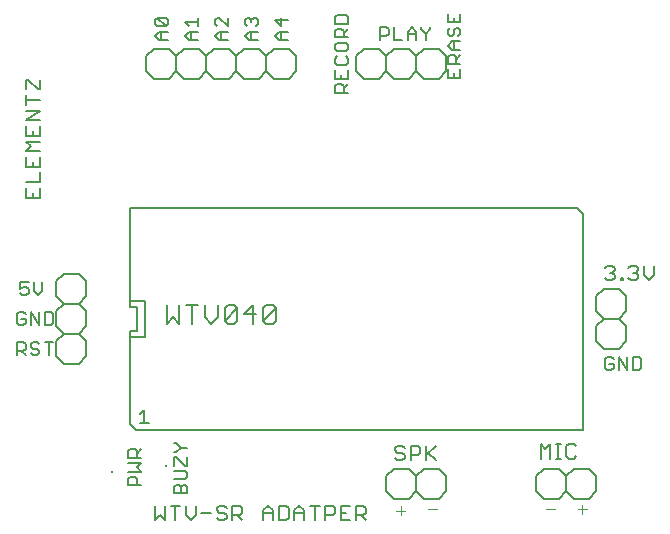
<source format=gto>
G75*
%MOIN*%
%OFA0B0*%
%FSLAX24Y24*%
%IPPOS*%
%LPD*%
%AMOC8*
5,1,8,0,0,1.08239X$1,22.5*
%
%ADD10C,0.0040*%
%ADD11C,0.0070*%
%ADD12C,0.0098*%
%ADD13C,0.0060*%
%ADD14C,0.0050*%
D10*
X013500Y001530D02*
X013807Y001530D01*
X013653Y001684D02*
X013653Y001377D01*
X014550Y001580D02*
X014857Y001580D01*
X018500Y001580D02*
X018807Y001580D01*
X019550Y001580D02*
X019857Y001580D01*
X019703Y001734D02*
X019703Y001427D01*
D11*
X019420Y003265D02*
X019256Y003265D01*
X019174Y003347D01*
X019174Y003674D01*
X019256Y003755D01*
X019420Y003755D01*
X019501Y003674D01*
X019501Y003347D02*
X019420Y003265D01*
X018994Y003265D02*
X018831Y003265D01*
X018912Y003265D02*
X018912Y003755D01*
X018831Y003755D02*
X018994Y003755D01*
X018642Y003755D02*
X018478Y003592D01*
X018315Y003755D01*
X018315Y003265D01*
X018642Y003265D02*
X018642Y003755D01*
X020537Y006215D02*
X020680Y006215D01*
X020752Y006287D01*
X020752Y006430D01*
X020608Y006430D01*
X020465Y006287D02*
X020537Y006215D01*
X020465Y006287D02*
X020465Y006574D01*
X020537Y006645D01*
X020680Y006645D01*
X020752Y006574D01*
X020925Y006645D02*
X020925Y006215D01*
X021212Y006215D02*
X021212Y006645D01*
X021386Y006645D02*
X021601Y006645D01*
X021673Y006574D01*
X021673Y006287D01*
X021601Y006215D01*
X021386Y006215D01*
X021386Y006645D01*
X020925Y006645D02*
X021212Y006215D01*
X021320Y009215D02*
X021238Y009297D01*
X021320Y009215D02*
X021484Y009215D01*
X021565Y009297D01*
X021565Y009378D01*
X021484Y009460D01*
X021402Y009460D01*
X021484Y009460D02*
X021565Y009542D01*
X021565Y009624D01*
X021484Y009705D01*
X021320Y009705D01*
X021238Y009624D01*
X021062Y009297D02*
X020981Y009297D01*
X020981Y009215D01*
X021062Y009215D01*
X021062Y009297D01*
X020792Y009297D02*
X020710Y009215D01*
X020547Y009215D01*
X020465Y009297D01*
X020628Y009460D02*
X020710Y009460D01*
X020792Y009378D01*
X020792Y009297D01*
X020710Y009460D02*
X020792Y009542D01*
X020792Y009624D01*
X020710Y009705D01*
X020547Y009705D01*
X020465Y009624D01*
X021754Y009705D02*
X021754Y009378D01*
X021918Y009215D01*
X022081Y009378D01*
X022081Y009705D01*
X014823Y003705D02*
X014496Y003378D01*
X014578Y003460D02*
X014823Y003215D01*
X014496Y003215D02*
X014496Y003705D01*
X014308Y003624D02*
X014308Y003460D01*
X014226Y003378D01*
X013981Y003378D01*
X013981Y003215D02*
X013981Y003705D01*
X014226Y003705D01*
X014308Y003624D01*
X013792Y003624D02*
X013710Y003705D01*
X013547Y003705D01*
X013465Y003624D01*
X013465Y003542D01*
X013547Y003460D01*
X013710Y003460D01*
X013792Y003378D01*
X013792Y003297D01*
X013710Y003215D01*
X013547Y003215D01*
X013465Y003297D01*
X012414Y001705D02*
X012168Y001705D01*
X012168Y001215D01*
X012168Y001378D02*
X012414Y001378D01*
X012495Y001460D01*
X012495Y001624D01*
X012414Y001705D01*
X012332Y001378D02*
X012495Y001215D01*
X011980Y001215D02*
X011653Y001215D01*
X011653Y001705D01*
X011980Y001705D01*
X011816Y001460D02*
X011653Y001460D01*
X011464Y001460D02*
X011382Y001378D01*
X011137Y001378D01*
X011137Y001215D02*
X011137Y001705D01*
X011382Y001705D01*
X011464Y001624D01*
X011464Y001460D01*
X010948Y001705D02*
X010621Y001705D01*
X010785Y001705D02*
X010785Y001215D01*
X010433Y001215D02*
X010433Y001542D01*
X010269Y001705D01*
X010106Y001542D01*
X010106Y001215D01*
X009917Y001297D02*
X009917Y001624D01*
X009835Y001705D01*
X009590Y001705D01*
X009590Y001215D01*
X009835Y001215D01*
X009917Y001297D01*
X010106Y001460D02*
X010433Y001460D01*
X009401Y001460D02*
X009074Y001460D01*
X009074Y001542D02*
X009238Y001705D01*
X009401Y001542D01*
X009401Y001215D01*
X009074Y001215D02*
X009074Y001542D01*
X008370Y001624D02*
X008370Y001460D01*
X008288Y001378D01*
X008043Y001378D01*
X008043Y001215D02*
X008043Y001705D01*
X008288Y001705D01*
X008370Y001624D01*
X008207Y001378D02*
X008370Y001215D01*
X007855Y001297D02*
X007773Y001215D01*
X007609Y001215D01*
X007528Y001297D01*
X007609Y001460D02*
X007773Y001460D01*
X007855Y001378D01*
X007855Y001297D01*
X007609Y001460D02*
X007528Y001542D01*
X007528Y001624D01*
X007609Y001705D01*
X007773Y001705D01*
X007855Y001624D01*
X007339Y001460D02*
X007012Y001460D01*
X006823Y001378D02*
X006823Y001705D01*
X006823Y001378D02*
X006660Y001215D01*
X006496Y001378D01*
X006496Y001705D01*
X006308Y001705D02*
X005981Y001705D01*
X006144Y001705D02*
X006144Y001215D01*
X005792Y001215D02*
X005792Y001705D01*
X005465Y001705D02*
X005465Y001215D01*
X005628Y001378D01*
X005792Y001215D01*
X006108Y002114D02*
X006108Y002329D01*
X006180Y002401D01*
X006252Y002401D01*
X006324Y002329D01*
X006324Y002114D01*
X006539Y002114D02*
X006539Y002329D01*
X006467Y002401D01*
X006395Y002401D01*
X006324Y002329D01*
X006467Y002574D02*
X006108Y002574D01*
X006108Y002861D02*
X006467Y002861D01*
X006539Y002790D01*
X006539Y002646D01*
X006467Y002574D01*
X006467Y003035D02*
X006539Y003035D01*
X006539Y003322D01*
X006467Y003035D02*
X006180Y003322D01*
X006108Y003322D01*
X006108Y003035D01*
X006108Y003495D02*
X006180Y003495D01*
X006324Y003639D01*
X006539Y003639D01*
X006324Y003639D02*
X006180Y003782D01*
X006108Y003782D01*
X005001Y003582D02*
X004858Y003439D01*
X004858Y003510D02*
X004858Y003295D01*
X005001Y003295D02*
X004571Y003295D01*
X004571Y003510D01*
X004643Y003582D01*
X004786Y003582D01*
X004858Y003510D01*
X005001Y003122D02*
X004571Y003122D01*
X004858Y002978D02*
X005001Y003122D01*
X004858Y002978D02*
X005001Y002835D01*
X004571Y002835D01*
X004643Y002661D02*
X004786Y002661D01*
X004858Y002590D01*
X004858Y002374D01*
X005001Y002374D02*
X004571Y002374D01*
X004571Y002590D01*
X004643Y002661D01*
X006108Y002114D02*
X006539Y002114D01*
X001929Y006715D02*
X001929Y007145D01*
X001786Y007145D02*
X002073Y007145D01*
X001612Y007074D02*
X001541Y007145D01*
X001397Y007145D01*
X001325Y007074D01*
X001325Y007002D01*
X001397Y006930D01*
X001541Y006930D01*
X001612Y006858D01*
X001612Y006787D01*
X001541Y006715D01*
X001397Y006715D01*
X001325Y006787D01*
X001152Y006715D02*
X001008Y006858D01*
X001080Y006858D02*
X000865Y006858D01*
X000865Y006715D02*
X000865Y007145D01*
X001080Y007145D01*
X001152Y007074D01*
X001152Y006930D01*
X001080Y006858D01*
X001080Y007715D02*
X001152Y007787D01*
X001152Y007930D01*
X001008Y007930D01*
X000865Y008074D02*
X000865Y007787D01*
X000937Y007715D01*
X001080Y007715D01*
X001325Y007715D02*
X001325Y008145D01*
X001612Y007715D01*
X001612Y008145D01*
X001786Y008145D02*
X002001Y008145D01*
X002073Y008074D01*
X002073Y007787D01*
X002001Y007715D01*
X001786Y007715D01*
X001786Y008145D01*
X001569Y008715D02*
X001712Y008858D01*
X001712Y009145D01*
X001425Y009145D02*
X001425Y008858D01*
X001569Y008715D01*
X001252Y008787D02*
X001252Y008930D01*
X001180Y009002D01*
X001108Y009002D01*
X000965Y008930D01*
X000965Y009145D01*
X001252Y009145D01*
X001252Y008787D02*
X001180Y008715D01*
X001037Y008715D01*
X000965Y008787D01*
X000937Y008145D02*
X000865Y008074D01*
X000937Y008145D02*
X001080Y008145D01*
X001152Y008074D01*
X001155Y011965D02*
X001645Y011965D01*
X001645Y012292D01*
X001645Y012481D02*
X001645Y012808D01*
X001645Y012996D02*
X001645Y013323D01*
X001645Y013512D02*
X001155Y013512D01*
X001318Y013675D01*
X001155Y013839D01*
X001645Y013839D01*
X001645Y014028D02*
X001645Y014355D01*
X001645Y014543D02*
X001155Y014543D01*
X001645Y014870D01*
X001155Y014870D01*
X001155Y015059D02*
X001155Y015386D01*
X001155Y015222D02*
X001645Y015222D01*
X001645Y015574D02*
X001563Y015574D01*
X001236Y015901D01*
X001155Y015901D01*
X001155Y015574D01*
X001645Y015574D02*
X001645Y015901D01*
X001155Y014355D02*
X001155Y014028D01*
X001645Y014028D01*
X001400Y014028D02*
X001400Y014191D01*
X001155Y013323D02*
X001155Y012996D01*
X001645Y012996D01*
X001400Y012996D02*
X001400Y013160D01*
X001155Y012481D02*
X001645Y012481D01*
X001400Y012128D02*
X001400Y011965D01*
X001155Y011965D02*
X001155Y012292D01*
X005848Y008396D02*
X005848Y007765D01*
X006058Y007975D01*
X006268Y007765D01*
X006268Y008396D01*
X006492Y008396D02*
X006913Y008396D01*
X006702Y008396D02*
X006702Y007765D01*
X007137Y007975D02*
X007347Y007765D01*
X007557Y007975D01*
X007557Y008396D01*
X007781Y008290D02*
X007886Y008396D01*
X008097Y008396D01*
X008202Y008290D01*
X007781Y007870D01*
X007886Y007765D01*
X008097Y007765D01*
X008202Y007870D01*
X008202Y008290D01*
X008426Y008080D02*
X008846Y008080D01*
X009070Y007870D02*
X009491Y008290D01*
X009491Y007870D01*
X009386Y007765D01*
X009176Y007765D01*
X009070Y007870D01*
X009070Y008290D01*
X009176Y008396D01*
X009386Y008396D01*
X009491Y008290D01*
X008741Y008396D02*
X008741Y007765D01*
X008426Y008080D02*
X008741Y008396D01*
X007781Y008290D02*
X007781Y007870D01*
X007137Y007975D02*
X007137Y008396D01*
X011465Y015465D02*
X011465Y015680D01*
X011536Y015752D01*
X011680Y015752D01*
X011752Y015680D01*
X011752Y015465D01*
X011895Y015465D02*
X011465Y015465D01*
X011752Y015608D02*
X011895Y015752D01*
X011895Y015925D02*
X011465Y015925D01*
X011465Y016212D01*
X011536Y016386D02*
X011823Y016386D01*
X011895Y016458D01*
X011895Y016601D01*
X011823Y016673D01*
X011823Y016846D02*
X011536Y016846D01*
X011465Y016918D01*
X011465Y017061D01*
X011536Y017133D01*
X011823Y017133D01*
X011895Y017061D01*
X011895Y016918D01*
X011823Y016846D01*
X011536Y016673D02*
X011465Y016601D01*
X011465Y016458D01*
X011536Y016386D01*
X011680Y016069D02*
X011680Y015925D01*
X011895Y015925D02*
X011895Y016212D01*
X012965Y017215D02*
X012965Y017645D01*
X013180Y017645D01*
X013252Y017574D01*
X013252Y017430D01*
X013180Y017358D01*
X012965Y017358D01*
X013425Y017215D02*
X013425Y017645D01*
X013886Y017502D02*
X014029Y017645D01*
X014173Y017502D01*
X014173Y017215D01*
X013886Y017215D02*
X013886Y017502D01*
X013886Y017430D02*
X014173Y017430D01*
X014346Y017574D02*
X014346Y017645D01*
X014346Y017574D02*
X014490Y017430D01*
X014490Y017215D01*
X014490Y017430D02*
X014633Y017574D01*
X014633Y017645D01*
X015215Y017561D02*
X015215Y017418D01*
X015286Y017346D01*
X015358Y017346D01*
X015430Y017418D01*
X015430Y017561D01*
X015502Y017633D01*
X015573Y017633D01*
X015645Y017561D01*
X015645Y017418D01*
X015573Y017346D01*
X015645Y017173D02*
X015358Y017173D01*
X015215Y017029D01*
X015358Y016886D01*
X015645Y016886D01*
X015645Y016712D02*
X015502Y016569D01*
X015502Y016641D02*
X015502Y016425D01*
X015645Y016425D02*
X015215Y016425D01*
X015215Y016641D01*
X015286Y016712D01*
X015430Y016712D01*
X015502Y016641D01*
X015430Y016886D02*
X015430Y017173D01*
X015215Y017561D02*
X015286Y017633D01*
X015215Y017807D02*
X015645Y017807D01*
X015645Y018093D01*
X015430Y017950D02*
X015430Y017807D01*
X015215Y017807D02*
X015215Y018093D01*
X013712Y017215D02*
X013425Y017215D01*
X011895Y017307D02*
X011465Y017307D01*
X011465Y017522D01*
X011536Y017593D01*
X011680Y017593D01*
X011752Y017522D01*
X011752Y017307D01*
X011752Y017450D02*
X011895Y017593D01*
X011895Y017767D02*
X011465Y017767D01*
X011465Y017982D01*
X011536Y018054D01*
X011823Y018054D01*
X011895Y017982D01*
X011895Y017767D01*
X009895Y017891D02*
X009465Y017891D01*
X009680Y017675D01*
X009680Y017962D01*
X009680Y017502D02*
X009680Y017215D01*
X009608Y017215D02*
X009465Y017358D01*
X009608Y017502D01*
X009895Y017502D01*
X009895Y017215D02*
X009608Y017215D01*
X008895Y017215D02*
X008608Y017215D01*
X008465Y017358D01*
X008608Y017502D01*
X008895Y017502D01*
X008823Y017675D02*
X008895Y017747D01*
X008895Y017891D01*
X008823Y017962D01*
X008752Y017962D01*
X008680Y017891D01*
X008680Y017819D01*
X008680Y017891D02*
X008608Y017962D01*
X008536Y017962D01*
X008465Y017891D01*
X008465Y017747D01*
X008536Y017675D01*
X008680Y017502D02*
X008680Y017215D01*
X007895Y017215D02*
X007608Y017215D01*
X007465Y017358D01*
X007608Y017502D01*
X007895Y017502D01*
X007895Y017675D02*
X007608Y017962D01*
X007536Y017962D01*
X007465Y017891D01*
X007465Y017747D01*
X007536Y017675D01*
X007680Y017502D02*
X007680Y017215D01*
X007895Y017675D02*
X007895Y017962D01*
X006895Y017962D02*
X006895Y017675D01*
X006895Y017819D02*
X006465Y017819D01*
X006608Y017675D01*
X006608Y017502D02*
X006895Y017502D01*
X006680Y017502D02*
X006680Y017215D01*
X006608Y017215D02*
X006465Y017358D01*
X006608Y017502D01*
X006608Y017215D02*
X006895Y017215D01*
X005895Y017215D02*
X005608Y017215D01*
X005465Y017358D01*
X005608Y017502D01*
X005895Y017502D01*
X005823Y017675D02*
X005536Y017962D01*
X005823Y017962D01*
X005895Y017891D01*
X005895Y017747D01*
X005823Y017675D01*
X005536Y017675D01*
X005465Y017747D01*
X005465Y017891D01*
X005536Y017962D01*
X005680Y017502D02*
X005680Y017215D01*
X015215Y016252D02*
X015215Y015965D01*
X015645Y015965D01*
X015645Y016252D01*
X015430Y016108D02*
X015430Y015965D01*
D12*
X004023Y002822D03*
X005837Y003038D03*
D13*
X005430Y004230D02*
X004830Y004230D01*
X004630Y004430D01*
X004630Y007330D01*
X004630Y007530D01*
X004880Y007530D01*
X004880Y008330D01*
X004630Y008330D01*
X004630Y008530D01*
X004630Y011630D01*
X005430Y011630D01*
X018930Y011630D01*
X019530Y011630D01*
X019730Y011430D01*
X019730Y004230D01*
X018930Y004230D01*
X005430Y004230D01*
X003180Y006680D02*
X002930Y006430D01*
X002430Y006430D01*
X002180Y006680D01*
X002180Y007180D01*
X002430Y007430D01*
X002180Y007680D01*
X002180Y008180D01*
X002430Y008430D01*
X002180Y008680D01*
X002180Y009180D01*
X002430Y009430D01*
X002930Y009430D01*
X003180Y009180D01*
X003180Y008680D01*
X002930Y008430D01*
X003180Y008180D01*
X003180Y007680D01*
X002930Y007430D01*
X003180Y007180D01*
X003180Y006680D01*
X002930Y007430D02*
X002430Y007430D01*
X002430Y008430D02*
X002930Y008430D01*
X004630Y008530D02*
X005130Y008530D01*
X005130Y007330D01*
X004630Y007330D01*
X013180Y002680D02*
X013180Y002180D01*
X013430Y001930D01*
X013930Y001930D01*
X014180Y002180D01*
X014430Y001930D01*
X014930Y001930D01*
X015180Y002180D01*
X015180Y002680D01*
X014930Y002930D01*
X014430Y002930D01*
X014180Y002680D01*
X014180Y002180D01*
X014180Y002680D02*
X013930Y002930D01*
X013430Y002930D01*
X013180Y002680D01*
X018180Y002680D02*
X018180Y002180D01*
X018430Y001930D01*
X018930Y001930D01*
X019180Y002180D01*
X019180Y002680D01*
X018930Y002930D01*
X018430Y002930D01*
X018180Y002680D01*
X019180Y002680D02*
X019430Y002930D01*
X019930Y002930D01*
X020180Y002680D01*
X020180Y002180D01*
X019930Y001930D01*
X019430Y001930D01*
X019180Y002180D01*
X020430Y006930D02*
X020180Y007180D01*
X020180Y007680D01*
X020430Y007930D01*
X020180Y008180D01*
X020180Y008680D01*
X020430Y008930D01*
X020930Y008930D01*
X021180Y008680D01*
X021180Y008180D01*
X020930Y007930D01*
X021180Y007680D01*
X021180Y007180D01*
X020930Y006930D01*
X020430Y006930D01*
X020430Y007930D02*
X020930Y007930D01*
X014930Y015930D02*
X014430Y015930D01*
X014180Y016180D01*
X013930Y015930D01*
X013430Y015930D01*
X013180Y016180D01*
X012930Y015930D01*
X012430Y015930D01*
X012180Y016180D01*
X012180Y016680D01*
X012430Y016930D01*
X012930Y016930D01*
X013180Y016680D01*
X013430Y016930D01*
X013930Y016930D01*
X014180Y016680D01*
X014430Y016930D01*
X014930Y016930D01*
X015180Y016680D01*
X015180Y016180D01*
X014930Y015930D01*
X014180Y016180D02*
X014180Y016680D01*
X013180Y016680D02*
X013180Y016180D01*
X010180Y016180D02*
X009930Y015930D01*
X009430Y015930D01*
X009180Y016180D01*
X008930Y015930D01*
X008430Y015930D01*
X008180Y016180D01*
X007930Y015930D01*
X007430Y015930D01*
X007180Y016180D01*
X006930Y015930D01*
X006430Y015930D01*
X006180Y016180D01*
X005930Y015930D01*
X005430Y015930D01*
X005180Y016180D01*
X005180Y016680D01*
X005430Y016930D01*
X005930Y016930D01*
X006180Y016680D01*
X006430Y016930D01*
X006930Y016930D01*
X007180Y016680D01*
X007180Y016180D01*
X007180Y016680D02*
X007430Y016930D01*
X007930Y016930D01*
X008180Y016680D01*
X008430Y016930D01*
X008930Y016930D01*
X009180Y016680D01*
X009430Y016930D01*
X009930Y016930D01*
X010180Y016680D01*
X010180Y016180D01*
X009180Y016180D02*
X009180Y016680D01*
X008180Y016680D02*
X008180Y016180D01*
X006180Y016180D02*
X006180Y016680D01*
D14*
X005105Y004905D02*
X005105Y004455D01*
X004955Y004455D02*
X005255Y004455D01*
X004955Y004755D02*
X005105Y004905D01*
M02*

</source>
